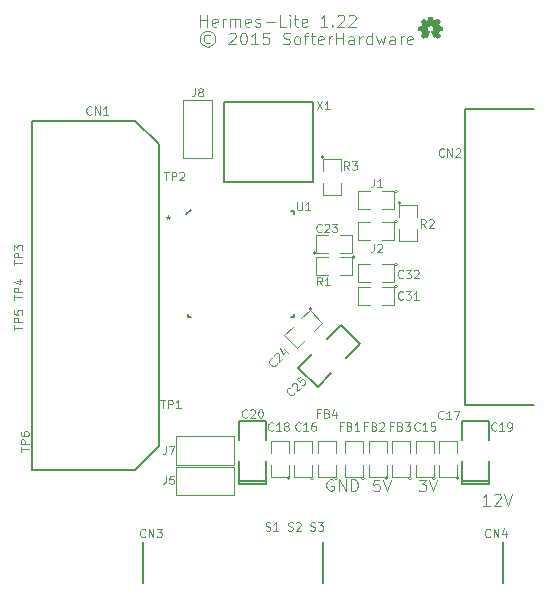
<source format=gto>
%FSLAX46Y46*%
G04 Gerber Fmt 4.6, Leading zero omitted, Abs format (unit mm)*
G04 Created by KiCad (PCBNEW (2014-08-05 BZR 5054)-product) date Sun 24 May 2015 10:10:41 AM PDT*
%MOMM*%
G01*
G04 APERTURE LIST*
%ADD10C,0.100000*%
%ADD11C,0.150000*%
%ADD12C,0.152400*%
%ADD13C,0.099060*%
%ADD14C,0.127000*%
%ADD15C,0.002540*%
G04 APERTURE END LIST*
D10*
X40880953Y-42752381D02*
X40309524Y-42752381D01*
X40595238Y-42752381D02*
X40595238Y-41752381D01*
X40500000Y-41895238D01*
X40404762Y-41990476D01*
X40309524Y-42038095D01*
X41261905Y-41847619D02*
X41309524Y-41800000D01*
X41404762Y-41752381D01*
X41642858Y-41752381D01*
X41738096Y-41800000D01*
X41785715Y-41847619D01*
X41833334Y-41942857D01*
X41833334Y-42038095D01*
X41785715Y-42180952D01*
X41214286Y-42752381D01*
X41833334Y-42752381D01*
X42119048Y-41752381D02*
X42452381Y-42752381D01*
X42785715Y-41752381D01*
X31559524Y-40552381D02*
X31083333Y-40552381D01*
X31035714Y-41028571D01*
X31083333Y-40980952D01*
X31178571Y-40933333D01*
X31416667Y-40933333D01*
X31511905Y-40980952D01*
X31559524Y-41028571D01*
X31607143Y-41123810D01*
X31607143Y-41361905D01*
X31559524Y-41457143D01*
X31511905Y-41504762D01*
X31416667Y-41552381D01*
X31178571Y-41552381D01*
X31083333Y-41504762D01*
X31035714Y-41457143D01*
X31892857Y-40552381D02*
X32226190Y-41552381D01*
X32559524Y-40552381D01*
X27638096Y-40550000D02*
X27542858Y-40502381D01*
X27400001Y-40502381D01*
X27257143Y-40550000D01*
X27161905Y-40645238D01*
X27114286Y-40740476D01*
X27066667Y-40930952D01*
X27066667Y-41073810D01*
X27114286Y-41264286D01*
X27161905Y-41359524D01*
X27257143Y-41454762D01*
X27400001Y-41502381D01*
X27495239Y-41502381D01*
X27638096Y-41454762D01*
X27685715Y-41407143D01*
X27685715Y-41073810D01*
X27495239Y-41073810D01*
X28114286Y-41502381D02*
X28114286Y-40502381D01*
X28685715Y-41502381D01*
X28685715Y-40502381D01*
X29161905Y-41502381D02*
X29161905Y-40502381D01*
X29400000Y-40502381D01*
X29542858Y-40550000D01*
X29638096Y-40645238D01*
X29685715Y-40740476D01*
X29733334Y-40930952D01*
X29733334Y-41073810D01*
X29685715Y-41264286D01*
X29638096Y-41359524D01*
X29542858Y-41454762D01*
X29400000Y-41502381D01*
X29161905Y-41502381D01*
X34888095Y-40552381D02*
X35507143Y-40552381D01*
X35173809Y-40933333D01*
X35316667Y-40933333D01*
X35411905Y-40980952D01*
X35459524Y-41028571D01*
X35507143Y-41123810D01*
X35507143Y-41361905D01*
X35459524Y-41457143D01*
X35411905Y-41504762D01*
X35316667Y-41552381D01*
X35030952Y-41552381D01*
X34935714Y-41504762D01*
X34888095Y-41457143D01*
X35792857Y-40552381D02*
X36126190Y-41552381D01*
X36459524Y-40552381D01*
X16388095Y-2202381D02*
X16388095Y-1202381D01*
X16388095Y-1678571D02*
X16959524Y-1678571D01*
X16959524Y-2202381D02*
X16959524Y-1202381D01*
X17816667Y-2154762D02*
X17721429Y-2202381D01*
X17530952Y-2202381D01*
X17435714Y-2154762D01*
X17388095Y-2059524D01*
X17388095Y-1678571D01*
X17435714Y-1583333D01*
X17530952Y-1535714D01*
X17721429Y-1535714D01*
X17816667Y-1583333D01*
X17864286Y-1678571D01*
X17864286Y-1773810D01*
X17388095Y-1869048D01*
X18292857Y-2202381D02*
X18292857Y-1535714D01*
X18292857Y-1726190D02*
X18340476Y-1630952D01*
X18388095Y-1583333D01*
X18483333Y-1535714D01*
X18578572Y-1535714D01*
X18911905Y-2202381D02*
X18911905Y-1535714D01*
X18911905Y-1630952D02*
X18959524Y-1583333D01*
X19054762Y-1535714D01*
X19197620Y-1535714D01*
X19292858Y-1583333D01*
X19340477Y-1678571D01*
X19340477Y-2202381D01*
X19340477Y-1678571D02*
X19388096Y-1583333D01*
X19483334Y-1535714D01*
X19626191Y-1535714D01*
X19721429Y-1583333D01*
X19769048Y-1678571D01*
X19769048Y-2202381D01*
X20626191Y-2154762D02*
X20530953Y-2202381D01*
X20340476Y-2202381D01*
X20245238Y-2154762D01*
X20197619Y-2059524D01*
X20197619Y-1678571D01*
X20245238Y-1583333D01*
X20340476Y-1535714D01*
X20530953Y-1535714D01*
X20626191Y-1583333D01*
X20673810Y-1678571D01*
X20673810Y-1773810D01*
X20197619Y-1869048D01*
X21054762Y-2154762D02*
X21150000Y-2202381D01*
X21340476Y-2202381D01*
X21435715Y-2154762D01*
X21483334Y-2059524D01*
X21483334Y-2011905D01*
X21435715Y-1916667D01*
X21340476Y-1869048D01*
X21197619Y-1869048D01*
X21102381Y-1821429D01*
X21054762Y-1726190D01*
X21054762Y-1678571D01*
X21102381Y-1583333D01*
X21197619Y-1535714D01*
X21340476Y-1535714D01*
X21435715Y-1583333D01*
X21911905Y-1821429D02*
X22673810Y-1821429D01*
X23626191Y-2202381D02*
X23150000Y-2202381D01*
X23150000Y-1202381D01*
X23959524Y-2202381D02*
X23959524Y-1535714D01*
X23959524Y-1202381D02*
X23911905Y-1250000D01*
X23959524Y-1297619D01*
X24007143Y-1250000D01*
X23959524Y-1202381D01*
X23959524Y-1297619D01*
X24292857Y-1535714D02*
X24673809Y-1535714D01*
X24435714Y-1202381D02*
X24435714Y-2059524D01*
X24483333Y-2154762D01*
X24578571Y-2202381D01*
X24673809Y-2202381D01*
X25388096Y-2154762D02*
X25292858Y-2202381D01*
X25102381Y-2202381D01*
X25007143Y-2154762D01*
X24959524Y-2059524D01*
X24959524Y-1678571D01*
X25007143Y-1583333D01*
X25102381Y-1535714D01*
X25292858Y-1535714D01*
X25388096Y-1583333D01*
X25435715Y-1678571D01*
X25435715Y-1773810D01*
X24959524Y-1869048D01*
X27150001Y-2202381D02*
X26578572Y-2202381D01*
X26864286Y-2202381D02*
X26864286Y-1202381D01*
X26769048Y-1345238D01*
X26673810Y-1440476D01*
X26578572Y-1488095D01*
X27578572Y-2107143D02*
X27626191Y-2154762D01*
X27578572Y-2202381D01*
X27530953Y-2154762D01*
X27578572Y-2107143D01*
X27578572Y-2202381D01*
X28007143Y-1297619D02*
X28054762Y-1250000D01*
X28150000Y-1202381D01*
X28388096Y-1202381D01*
X28483334Y-1250000D01*
X28530953Y-1297619D01*
X28578572Y-1392857D01*
X28578572Y-1488095D01*
X28530953Y-1630952D01*
X27959524Y-2202381D01*
X28578572Y-2202381D01*
X28959524Y-1297619D02*
X29007143Y-1250000D01*
X29102381Y-1202381D01*
X29340477Y-1202381D01*
X29435715Y-1250000D01*
X29483334Y-1297619D01*
X29530953Y-1392857D01*
X29530953Y-1488095D01*
X29483334Y-1630952D01*
X28911905Y-2202381D01*
X29530953Y-2202381D01*
X17197619Y-2940476D02*
X17102381Y-2892857D01*
X16911905Y-2892857D01*
X16816667Y-2940476D01*
X16721429Y-3035714D01*
X16673810Y-3130952D01*
X16673810Y-3321429D01*
X16721429Y-3416667D01*
X16816667Y-3511905D01*
X16911905Y-3559524D01*
X17102381Y-3559524D01*
X17197619Y-3511905D01*
X17007143Y-2559524D02*
X16769048Y-2607143D01*
X16530952Y-2750000D01*
X16388095Y-2988095D01*
X16340476Y-3226190D01*
X16388095Y-3464286D01*
X16530952Y-3702381D01*
X16769048Y-3845238D01*
X17007143Y-3892857D01*
X17245238Y-3845238D01*
X17483333Y-3702381D01*
X17626190Y-3464286D01*
X17673810Y-3226190D01*
X17626190Y-2988095D01*
X17483333Y-2750000D01*
X17245238Y-2607143D01*
X17007143Y-2559524D01*
X18816667Y-2797619D02*
X18864286Y-2750000D01*
X18959524Y-2702381D01*
X19197620Y-2702381D01*
X19292858Y-2750000D01*
X19340477Y-2797619D01*
X19388096Y-2892857D01*
X19388096Y-2988095D01*
X19340477Y-3130952D01*
X18769048Y-3702381D01*
X19388096Y-3702381D01*
X20007143Y-2702381D02*
X20102382Y-2702381D01*
X20197620Y-2750000D01*
X20245239Y-2797619D01*
X20292858Y-2892857D01*
X20340477Y-3083333D01*
X20340477Y-3321429D01*
X20292858Y-3511905D01*
X20245239Y-3607143D01*
X20197620Y-3654762D01*
X20102382Y-3702381D01*
X20007143Y-3702381D01*
X19911905Y-3654762D01*
X19864286Y-3607143D01*
X19816667Y-3511905D01*
X19769048Y-3321429D01*
X19769048Y-3083333D01*
X19816667Y-2892857D01*
X19864286Y-2797619D01*
X19911905Y-2750000D01*
X20007143Y-2702381D01*
X21292858Y-3702381D02*
X20721429Y-3702381D01*
X21007143Y-3702381D02*
X21007143Y-2702381D01*
X20911905Y-2845238D01*
X20816667Y-2940476D01*
X20721429Y-2988095D01*
X22197620Y-2702381D02*
X21721429Y-2702381D01*
X21673810Y-3178571D01*
X21721429Y-3130952D01*
X21816667Y-3083333D01*
X22054763Y-3083333D01*
X22150001Y-3130952D01*
X22197620Y-3178571D01*
X22245239Y-3273810D01*
X22245239Y-3511905D01*
X22197620Y-3607143D01*
X22150001Y-3654762D01*
X22054763Y-3702381D01*
X21816667Y-3702381D01*
X21721429Y-3654762D01*
X21673810Y-3607143D01*
X23388096Y-3654762D02*
X23530953Y-3702381D01*
X23769049Y-3702381D01*
X23864287Y-3654762D01*
X23911906Y-3607143D01*
X23959525Y-3511905D01*
X23959525Y-3416667D01*
X23911906Y-3321429D01*
X23864287Y-3273810D01*
X23769049Y-3226190D01*
X23578572Y-3178571D01*
X23483334Y-3130952D01*
X23435715Y-3083333D01*
X23388096Y-2988095D01*
X23388096Y-2892857D01*
X23435715Y-2797619D01*
X23483334Y-2750000D01*
X23578572Y-2702381D01*
X23816668Y-2702381D01*
X23959525Y-2750000D01*
X24530953Y-3702381D02*
X24435715Y-3654762D01*
X24388096Y-3607143D01*
X24340477Y-3511905D01*
X24340477Y-3226190D01*
X24388096Y-3130952D01*
X24435715Y-3083333D01*
X24530953Y-3035714D01*
X24673811Y-3035714D01*
X24769049Y-3083333D01*
X24816668Y-3130952D01*
X24864287Y-3226190D01*
X24864287Y-3511905D01*
X24816668Y-3607143D01*
X24769049Y-3654762D01*
X24673811Y-3702381D01*
X24530953Y-3702381D01*
X25150001Y-3035714D02*
X25530953Y-3035714D01*
X25292858Y-3702381D02*
X25292858Y-2845238D01*
X25340477Y-2750000D01*
X25435715Y-2702381D01*
X25530953Y-2702381D01*
X25721430Y-3035714D02*
X26102382Y-3035714D01*
X25864287Y-2702381D02*
X25864287Y-3559524D01*
X25911906Y-3654762D01*
X26007144Y-3702381D01*
X26102382Y-3702381D01*
X26816669Y-3654762D02*
X26721431Y-3702381D01*
X26530954Y-3702381D01*
X26435716Y-3654762D01*
X26388097Y-3559524D01*
X26388097Y-3178571D01*
X26435716Y-3083333D01*
X26530954Y-3035714D01*
X26721431Y-3035714D01*
X26816669Y-3083333D01*
X26864288Y-3178571D01*
X26864288Y-3273810D01*
X26388097Y-3369048D01*
X27292859Y-3702381D02*
X27292859Y-3035714D01*
X27292859Y-3226190D02*
X27340478Y-3130952D01*
X27388097Y-3083333D01*
X27483335Y-3035714D01*
X27578574Y-3035714D01*
X27911907Y-3702381D02*
X27911907Y-2702381D01*
X27911907Y-3178571D02*
X28483336Y-3178571D01*
X28483336Y-3702381D02*
X28483336Y-2702381D01*
X29388098Y-3702381D02*
X29388098Y-3178571D01*
X29340479Y-3083333D01*
X29245241Y-3035714D01*
X29054764Y-3035714D01*
X28959526Y-3083333D01*
X29388098Y-3654762D02*
X29292860Y-3702381D01*
X29054764Y-3702381D01*
X28959526Y-3654762D01*
X28911907Y-3559524D01*
X28911907Y-3464286D01*
X28959526Y-3369048D01*
X29054764Y-3321429D01*
X29292860Y-3321429D01*
X29388098Y-3273810D01*
X29864288Y-3702381D02*
X29864288Y-3035714D01*
X29864288Y-3226190D02*
X29911907Y-3130952D01*
X29959526Y-3083333D01*
X30054764Y-3035714D01*
X30150003Y-3035714D01*
X30911908Y-3702381D02*
X30911908Y-2702381D01*
X30911908Y-3654762D02*
X30816670Y-3702381D01*
X30626193Y-3702381D01*
X30530955Y-3654762D01*
X30483336Y-3607143D01*
X30435717Y-3511905D01*
X30435717Y-3226190D01*
X30483336Y-3130952D01*
X30530955Y-3083333D01*
X30626193Y-3035714D01*
X30816670Y-3035714D01*
X30911908Y-3083333D01*
X31292860Y-3035714D02*
X31483336Y-3702381D01*
X31673813Y-3226190D01*
X31864289Y-3702381D01*
X32054765Y-3035714D01*
X32864289Y-3702381D02*
X32864289Y-3178571D01*
X32816670Y-3083333D01*
X32721432Y-3035714D01*
X32530955Y-3035714D01*
X32435717Y-3083333D01*
X32864289Y-3654762D02*
X32769051Y-3702381D01*
X32530955Y-3702381D01*
X32435717Y-3654762D01*
X32388098Y-3559524D01*
X32388098Y-3464286D01*
X32435717Y-3369048D01*
X32530955Y-3321429D01*
X32769051Y-3321429D01*
X32864289Y-3273810D01*
X33340479Y-3702381D02*
X33340479Y-3035714D01*
X33340479Y-3226190D02*
X33388098Y-3130952D01*
X33435717Y-3083333D01*
X33530955Y-3035714D01*
X33626194Y-3035714D01*
X34340480Y-3654762D02*
X34245242Y-3702381D01*
X34054765Y-3702381D01*
X33959527Y-3654762D01*
X33911908Y-3559524D01*
X33911908Y-3178571D01*
X33959527Y-3083333D01*
X34054765Y-3035714D01*
X34245242Y-3035714D01*
X34340480Y-3083333D01*
X34388099Y-3178571D01*
X34388099Y-3273810D01*
X33911908Y-3369048D01*
D11*
X44600000Y-9200000D02*
X38800000Y-9200000D01*
X38800000Y-9200000D02*
X38800000Y-34200000D01*
X38800000Y-34200000D02*
X44600000Y-34200000D01*
X15600000Y-17700000D02*
X15200000Y-18100000D01*
D12*
X24295800Y-18058200D02*
X24295800Y-17804200D01*
X24041800Y-26795800D02*
X24295800Y-26795800D01*
X15304200Y-26541800D02*
X15304200Y-26795800D01*
X15304200Y-26795800D02*
X15558200Y-26795800D01*
X24295800Y-26795800D02*
X24295800Y-26541800D01*
X24295800Y-17804200D02*
X24041800Y-17804200D01*
D13*
X26176000Y-21362000D02*
G75*
G03X26176000Y-21362000I-127000J0D01*
G74*
G01*
X27192000Y-21362000D02*
X26176000Y-21362000D01*
X26176000Y-21362000D02*
X26176000Y-19838000D01*
X26176000Y-19838000D02*
X27192000Y-19838000D01*
X28208000Y-19838000D02*
X29224000Y-19838000D01*
X29224000Y-19838000D02*
X29224000Y-21362000D01*
X29224000Y-21362000D02*
X28208000Y-21362000D01*
X25855618Y-26093751D02*
G75*
G03X25855618Y-26093751I-127000J0D01*
G74*
G01*
X24920395Y-26901974D02*
X25638815Y-26183554D01*
X25638815Y-26183554D02*
X26716446Y-27261185D01*
X26716446Y-27261185D02*
X25998026Y-27979605D01*
X25279605Y-28698026D02*
X24561185Y-29416446D01*
X24561185Y-29416446D02*
X23483554Y-28338815D01*
X23483554Y-28338815D02*
X24201974Y-27620395D01*
D14*
X29904274Y-29112172D02*
X28287828Y-27495726D01*
X28287828Y-27495726D02*
X27120395Y-28663159D01*
X27479605Y-31536841D02*
X26312172Y-32704274D01*
X26312172Y-32704274D02*
X24695726Y-31087828D01*
X24695726Y-31087828D02*
X25863159Y-29920395D01*
X28736841Y-30279605D02*
X29904274Y-29112172D01*
D11*
X25900000Y-15350000D02*
X25900000Y-8550000D01*
X25900000Y-8550000D02*
X18400000Y-8550000D01*
X18400000Y-8550000D02*
X18400000Y-15350000D01*
X18400000Y-15350000D02*
X25900000Y-15350000D01*
X25900000Y-15350000D02*
X25900000Y-15250000D01*
X25900000Y-15250000D02*
X25900000Y-15350000D01*
D13*
X29478000Y-21688000D02*
G75*
G03X29478000Y-21688000I-127000J0D01*
G74*
G01*
X28208000Y-21688000D02*
X29224000Y-21688000D01*
X29224000Y-21688000D02*
X29224000Y-23212000D01*
X29224000Y-23212000D02*
X28208000Y-23212000D01*
X27192000Y-23212000D02*
X26176000Y-23212000D01*
X26176000Y-23212000D02*
X26176000Y-21688000D01*
X26176000Y-21688000D02*
X27192000Y-21688000D01*
D14*
X2120000Y-39735000D02*
X2120000Y-10165000D01*
X2120000Y-10165000D02*
X10880000Y-10165000D01*
X10880000Y-10165000D02*
X12880000Y-12165000D01*
X12880000Y-12165000D02*
X12880000Y-37735000D01*
X12880000Y-37735000D02*
X10880000Y-39735000D01*
X10880000Y-39735000D02*
X2120000Y-39735000D01*
D13*
X33078000Y-24238000D02*
G75*
G03X33078000Y-24238000I-127000J0D01*
G74*
G01*
X31808000Y-24238000D02*
X32824000Y-24238000D01*
X32824000Y-24238000D02*
X32824000Y-25762000D01*
X32824000Y-25762000D02*
X31808000Y-25762000D01*
X30792000Y-25762000D02*
X29776000Y-25762000D01*
X29776000Y-25762000D02*
X29776000Y-24238000D01*
X29776000Y-24238000D02*
X30792000Y-24238000D01*
X33078000Y-22338000D02*
G75*
G03X33078000Y-22338000I-127000J0D01*
G74*
G01*
X31808000Y-22338000D02*
X32824000Y-22338000D01*
X32824000Y-22338000D02*
X32824000Y-23862000D01*
X32824000Y-23862000D02*
X31808000Y-23862000D01*
X30792000Y-23862000D02*
X29776000Y-23862000D01*
X29776000Y-23862000D02*
X29776000Y-22338000D01*
X29776000Y-22338000D02*
X30792000Y-22338000D01*
X30289000Y-40451000D02*
G75*
G03X30289000Y-40451000I-127000J0D01*
G74*
G01*
X30162000Y-39308000D02*
X30162000Y-40324000D01*
X30162000Y-40324000D02*
X28638000Y-40324000D01*
X28638000Y-40324000D02*
X28638000Y-39308000D01*
X28638000Y-38292000D02*
X28638000Y-37276000D01*
X28638000Y-37276000D02*
X30162000Y-37276000D01*
X30162000Y-37276000D02*
X30162000Y-38292000D01*
X32289000Y-40451000D02*
G75*
G03X32289000Y-40451000I-127000J0D01*
G74*
G01*
X32162000Y-39308000D02*
X32162000Y-40324000D01*
X32162000Y-40324000D02*
X30638000Y-40324000D01*
X30638000Y-40324000D02*
X30638000Y-39308000D01*
X30638000Y-38292000D02*
X30638000Y-37276000D01*
X30638000Y-37276000D02*
X32162000Y-37276000D01*
X32162000Y-37276000D02*
X32162000Y-38292000D01*
X34289000Y-40451000D02*
G75*
G03X34289000Y-40451000I-127000J0D01*
G74*
G01*
X34162000Y-39308000D02*
X34162000Y-40324000D01*
X34162000Y-40324000D02*
X32638000Y-40324000D01*
X32638000Y-40324000D02*
X32638000Y-39308000D01*
X32638000Y-38292000D02*
X32638000Y-37276000D01*
X32638000Y-37276000D02*
X34162000Y-37276000D01*
X34162000Y-37276000D02*
X34162000Y-38292000D01*
X27989000Y-40451000D02*
G75*
G03X27989000Y-40451000I-127000J0D01*
G74*
G01*
X27862000Y-39308000D02*
X27862000Y-40324000D01*
X27862000Y-40324000D02*
X26338000Y-40324000D01*
X26338000Y-40324000D02*
X26338000Y-39308000D01*
X26338000Y-38292000D02*
X26338000Y-37276000D01*
X26338000Y-37276000D02*
X27862000Y-37276000D01*
X27862000Y-37276000D02*
X27862000Y-38292000D01*
X33078000Y-16138000D02*
G75*
G03X33078000Y-16138000I-127000J0D01*
G74*
G01*
X31808000Y-16138000D02*
X32824000Y-16138000D01*
X32824000Y-16138000D02*
X32824000Y-17662000D01*
X32824000Y-17662000D02*
X31808000Y-17662000D01*
X30792000Y-17662000D02*
X29776000Y-17662000D01*
X29776000Y-17662000D02*
X29776000Y-16138000D01*
X29776000Y-16138000D02*
X30792000Y-16138000D01*
X33078000Y-18738000D02*
G75*
G03X33078000Y-18738000I-127000J0D01*
G74*
G01*
X31808000Y-18738000D02*
X32824000Y-18738000D01*
X32824000Y-18738000D02*
X32824000Y-20262000D01*
X32824000Y-20262000D02*
X31808000Y-20262000D01*
X30792000Y-20262000D02*
X29776000Y-20262000D01*
X29776000Y-20262000D02*
X29776000Y-18738000D01*
X29776000Y-18738000D02*
X30792000Y-18738000D01*
X36289000Y-40451000D02*
G75*
G03X36289000Y-40451000I-127000J0D01*
G74*
G01*
X36162000Y-39308000D02*
X36162000Y-40324000D01*
X36162000Y-40324000D02*
X34638000Y-40324000D01*
X34638000Y-40324000D02*
X34638000Y-39308000D01*
X34638000Y-38292000D02*
X34638000Y-37276000D01*
X34638000Y-37276000D02*
X36162000Y-37276000D01*
X36162000Y-37276000D02*
X36162000Y-38292000D01*
X25989000Y-40451000D02*
G75*
G03X25989000Y-40451000I-127000J0D01*
G74*
G01*
X25862000Y-39308000D02*
X25862000Y-40324000D01*
X25862000Y-40324000D02*
X24338000Y-40324000D01*
X24338000Y-40324000D02*
X24338000Y-39308000D01*
X24338000Y-38292000D02*
X24338000Y-37276000D01*
X24338000Y-37276000D02*
X25862000Y-37276000D01*
X25862000Y-37276000D02*
X25862000Y-38292000D01*
X38289000Y-40451000D02*
G75*
G03X38289000Y-40451000I-127000J0D01*
G74*
G01*
X38162000Y-39308000D02*
X38162000Y-40324000D01*
X38162000Y-40324000D02*
X36638000Y-40324000D01*
X36638000Y-40324000D02*
X36638000Y-39308000D01*
X36638000Y-38292000D02*
X36638000Y-37276000D01*
X36638000Y-37276000D02*
X38162000Y-37276000D01*
X38162000Y-37276000D02*
X38162000Y-38292000D01*
X23989000Y-40451000D02*
G75*
G03X23989000Y-40451000I-127000J0D01*
G74*
G01*
X23862000Y-39308000D02*
X23862000Y-40324000D01*
X23862000Y-40324000D02*
X22338000Y-40324000D01*
X22338000Y-40324000D02*
X22338000Y-39308000D01*
X22338000Y-38292000D02*
X22338000Y-37276000D01*
X22338000Y-37276000D02*
X23862000Y-37276000D01*
X23862000Y-37276000D02*
X23862000Y-38292000D01*
D14*
X38557000Y-40640000D02*
X38557000Y-40894000D01*
X38557000Y-40894000D02*
X40843000Y-40894000D01*
X40843000Y-40894000D02*
X40843000Y-40640000D01*
X38557000Y-40640000D02*
X40843000Y-40640000D01*
X40843000Y-40640000D02*
X40843000Y-38989000D01*
X38557000Y-37211000D02*
X38557000Y-35560000D01*
X38557000Y-35560000D02*
X40843000Y-35560000D01*
X40843000Y-35560000D02*
X40843000Y-37211000D01*
X38557000Y-38989000D02*
X38557000Y-40640000D01*
X19657000Y-40640000D02*
X19657000Y-40894000D01*
X19657000Y-40894000D02*
X21943000Y-40894000D01*
X21943000Y-40894000D02*
X21943000Y-40640000D01*
X19657000Y-40640000D02*
X21943000Y-40640000D01*
X21943000Y-40640000D02*
X21943000Y-38989000D01*
X19657000Y-37211000D02*
X19657000Y-35560000D01*
X19657000Y-35560000D02*
X21943000Y-35560000D01*
X21943000Y-35560000D02*
X21943000Y-37211000D01*
X19657000Y-38989000D02*
X19657000Y-40640000D01*
D13*
X33365000Y-17149000D02*
G75*
G03X33365000Y-17149000I-127000J0D01*
G74*
G01*
X33238000Y-18292000D02*
X33238000Y-17276000D01*
X33238000Y-17276000D02*
X34762000Y-17276000D01*
X34762000Y-17276000D02*
X34762000Y-18292000D01*
X34762000Y-19308000D02*
X34762000Y-20324000D01*
X34762000Y-20324000D02*
X33238000Y-20324000D01*
X33238000Y-20324000D02*
X33238000Y-19308000D01*
X26865000Y-13249000D02*
G75*
G03X26865000Y-13249000I-127000J0D01*
G74*
G01*
X26738000Y-14392000D02*
X26738000Y-13376000D01*
X26738000Y-13376000D02*
X28262000Y-13376000D01*
X28262000Y-13376000D02*
X28262000Y-14392000D01*
X28262000Y-15408000D02*
X28262000Y-16424000D01*
X28262000Y-16424000D02*
X26738000Y-16424000D01*
X26738000Y-16424000D02*
X26738000Y-15408000D01*
D10*
X14350000Y-41850000D02*
X19250000Y-41850000D01*
X19250000Y-41850000D02*
X19250000Y-39450000D01*
X19250000Y-39450000D02*
X14350000Y-39450000D01*
X14350000Y-39450000D02*
X14350000Y-41850000D01*
X19250000Y-36900000D02*
X14350000Y-36900000D01*
X14350000Y-36900000D02*
X14350000Y-39300000D01*
X14350000Y-39300000D02*
X19250000Y-39300000D01*
X19250000Y-39300000D02*
X19250000Y-36900000D01*
X14950000Y-8400000D02*
X14950000Y-13300000D01*
X14950000Y-13300000D02*
X17350000Y-13300000D01*
X17350000Y-13300000D02*
X17350000Y-8400000D01*
X17350000Y-8400000D02*
X14950000Y-8400000D01*
D11*
X11530000Y-45800000D02*
X11530000Y-49300000D01*
X26770000Y-49300000D02*
X26770000Y-45800000D01*
X26770000Y-45800000D02*
X26770000Y-49300000D01*
X42010000Y-49300000D02*
X42010000Y-45800000D01*
D15*
G36*
X35245480Y-3146620D02*
X35255640Y-3141540D01*
X35278500Y-3126300D01*
X35311520Y-3105980D01*
X35352160Y-3078040D01*
X35390260Y-3052640D01*
X35423280Y-3029780D01*
X35446140Y-3014540D01*
X35456300Y-3009460D01*
X35461380Y-3012000D01*
X35479160Y-3022160D01*
X35507100Y-3034860D01*
X35522340Y-3042480D01*
X35547740Y-3055180D01*
X35560440Y-3057720D01*
X35562980Y-3052640D01*
X35573140Y-3034860D01*
X35585840Y-3001840D01*
X35606160Y-2958660D01*
X35626480Y-2907860D01*
X35649340Y-2851980D01*
X35672200Y-2796100D01*
X35695060Y-2742760D01*
X35715380Y-2694500D01*
X35730620Y-2656400D01*
X35740780Y-2628460D01*
X35745860Y-2618300D01*
X35743320Y-2615760D01*
X35730620Y-2603060D01*
X35710300Y-2587820D01*
X35662040Y-2547180D01*
X35616320Y-2488760D01*
X35585840Y-2422720D01*
X35578220Y-2349060D01*
X35585840Y-2283020D01*
X35611240Y-2219520D01*
X35656960Y-2158560D01*
X35712840Y-2115380D01*
X35778880Y-2087440D01*
X35850000Y-2079820D01*
X35918580Y-2087440D01*
X35984620Y-2112840D01*
X36045580Y-2158560D01*
X36068440Y-2186500D01*
X36104000Y-2247460D01*
X36124320Y-2308420D01*
X36124320Y-2323660D01*
X36121780Y-2394780D01*
X36101460Y-2463360D01*
X36065900Y-2521780D01*
X36012560Y-2572580D01*
X36007480Y-2577660D01*
X35982080Y-2595440D01*
X35966840Y-2605600D01*
X35954140Y-2615760D01*
X36043040Y-2831660D01*
X36058280Y-2867220D01*
X36083680Y-2925640D01*
X36104000Y-2976440D01*
X36121780Y-3017080D01*
X36134480Y-3042480D01*
X36139560Y-3055180D01*
X36139560Y-3055180D01*
X36147180Y-3055180D01*
X36162420Y-3050100D01*
X36192900Y-3034860D01*
X36213220Y-3024700D01*
X36236080Y-3014540D01*
X36246240Y-3009460D01*
X36256400Y-3014540D01*
X36276720Y-3029780D01*
X36309740Y-3050100D01*
X36347840Y-3075500D01*
X36383400Y-3100900D01*
X36418960Y-3123760D01*
X36441820Y-3139000D01*
X36454520Y-3146620D01*
X36457060Y-3146620D01*
X36467220Y-3139000D01*
X36487540Y-3123760D01*
X36515480Y-3095820D01*
X36556120Y-3055180D01*
X36563740Y-3050100D01*
X36596760Y-3014540D01*
X36624700Y-2984060D01*
X36645020Y-2963740D01*
X36650100Y-2956120D01*
X36650100Y-2956120D01*
X36645020Y-2943420D01*
X36629780Y-2918020D01*
X36606920Y-2885000D01*
X36578980Y-2844360D01*
X36507860Y-2740220D01*
X36548500Y-2643700D01*
X36558660Y-2613220D01*
X36573900Y-2577660D01*
X36586600Y-2552260D01*
X36591680Y-2539560D01*
X36601840Y-2537020D01*
X36629780Y-2529400D01*
X36667880Y-2521780D01*
X36713600Y-2514160D01*
X36759320Y-2504000D01*
X36797420Y-2496380D01*
X36827900Y-2491300D01*
X36840600Y-2488760D01*
X36843140Y-2486220D01*
X36845680Y-2481140D01*
X36848220Y-2468440D01*
X36848220Y-2443040D01*
X36848220Y-2404940D01*
X36848220Y-2349060D01*
X36848220Y-2343980D01*
X36848220Y-2290640D01*
X36848220Y-2250000D01*
X36845680Y-2224600D01*
X36843140Y-2214440D01*
X36843140Y-2214440D01*
X36830440Y-2209360D01*
X36802500Y-2204280D01*
X36764400Y-2196660D01*
X36716140Y-2186500D01*
X36713600Y-2186500D01*
X36665340Y-2178880D01*
X36627240Y-2168720D01*
X36599300Y-2163640D01*
X36586600Y-2158560D01*
X36584060Y-2156020D01*
X36573900Y-2138240D01*
X36561200Y-2107760D01*
X36545960Y-2072200D01*
X36530720Y-2036640D01*
X36515480Y-2001080D01*
X36507860Y-1978220D01*
X36505320Y-1965520D01*
X36505320Y-1965520D01*
X36512940Y-1955360D01*
X36528180Y-1929960D01*
X36551040Y-1896940D01*
X36578980Y-1856300D01*
X36581520Y-1851220D01*
X36609460Y-1813120D01*
X36629780Y-1777560D01*
X36645020Y-1754700D01*
X36650100Y-1744540D01*
X36650100Y-1742000D01*
X36642480Y-1731840D01*
X36622160Y-1708980D01*
X36591680Y-1678500D01*
X36556120Y-1642940D01*
X36545960Y-1632780D01*
X36507860Y-1594680D01*
X36479920Y-1569280D01*
X36462140Y-1556580D01*
X36454520Y-1551500D01*
X36454520Y-1554040D01*
X36441820Y-1559120D01*
X36416420Y-1576900D01*
X36383400Y-1599760D01*
X36342760Y-1627700D01*
X36340220Y-1630240D01*
X36299580Y-1655640D01*
X36266560Y-1678500D01*
X36243700Y-1693740D01*
X36233540Y-1701360D01*
X36231000Y-1701360D01*
X36215760Y-1696280D01*
X36185280Y-1686120D01*
X36152260Y-1673420D01*
X36114160Y-1658180D01*
X36081140Y-1642940D01*
X36055740Y-1632780D01*
X36043040Y-1625160D01*
X36043040Y-1625160D01*
X36037960Y-1609920D01*
X36032880Y-1579440D01*
X36022720Y-1538800D01*
X36015100Y-1490540D01*
X36012560Y-1482920D01*
X36004940Y-1434660D01*
X35997320Y-1396560D01*
X35989700Y-1368620D01*
X35987160Y-1355920D01*
X35982080Y-1355920D01*
X35956680Y-1353380D01*
X35921120Y-1353380D01*
X35877940Y-1353380D01*
X35834760Y-1353380D01*
X35791580Y-1353380D01*
X35753480Y-1355920D01*
X35728080Y-1355920D01*
X35715380Y-1358460D01*
X35715380Y-1361000D01*
X35710300Y-1373700D01*
X35705220Y-1404180D01*
X35695060Y-1444820D01*
X35687440Y-1495620D01*
X35684900Y-1503240D01*
X35677280Y-1551500D01*
X35667120Y-1589600D01*
X35662040Y-1617540D01*
X35659500Y-1627700D01*
X35654420Y-1630240D01*
X35636640Y-1637860D01*
X35603620Y-1650560D01*
X35562980Y-1668340D01*
X35471540Y-1703900D01*
X35359780Y-1627700D01*
X35349620Y-1620080D01*
X35308980Y-1592140D01*
X35275960Y-1571820D01*
X35253100Y-1556580D01*
X35242940Y-1551500D01*
X35242940Y-1551500D01*
X35232780Y-1561660D01*
X35209920Y-1581980D01*
X35179440Y-1612460D01*
X35143880Y-1645480D01*
X35118480Y-1673420D01*
X35088000Y-1703900D01*
X35067680Y-1724220D01*
X35057520Y-1739460D01*
X35052440Y-1747080D01*
X35054980Y-1752160D01*
X35060060Y-1764860D01*
X35077840Y-1787720D01*
X35100700Y-1823280D01*
X35128640Y-1861380D01*
X35151500Y-1896940D01*
X35174360Y-1932500D01*
X35189600Y-1960440D01*
X35197220Y-1973140D01*
X35194680Y-1978220D01*
X35187060Y-2001080D01*
X35174360Y-2034100D01*
X35156580Y-2074740D01*
X35118480Y-2163640D01*
X35060060Y-2173800D01*
X35024500Y-2181420D01*
X34973700Y-2189040D01*
X34927980Y-2199200D01*
X34854320Y-2214440D01*
X34851780Y-2481140D01*
X34861940Y-2486220D01*
X34874640Y-2491300D01*
X34900040Y-2496380D01*
X34940680Y-2504000D01*
X34986400Y-2511620D01*
X35024500Y-2519240D01*
X35065140Y-2526860D01*
X35093080Y-2531940D01*
X35105780Y-2534480D01*
X35108320Y-2539560D01*
X35118480Y-2559880D01*
X35133720Y-2590360D01*
X35148960Y-2625920D01*
X35164200Y-2664020D01*
X35176900Y-2699580D01*
X35187060Y-2724980D01*
X35192140Y-2740220D01*
X35187060Y-2750380D01*
X35171820Y-2773240D01*
X35148960Y-2806260D01*
X35123560Y-2844360D01*
X35095620Y-2885000D01*
X35072760Y-2918020D01*
X35057520Y-2943420D01*
X35049900Y-2953580D01*
X35054980Y-2961200D01*
X35070220Y-2978980D01*
X35098160Y-3009460D01*
X35143880Y-3055180D01*
X35151500Y-3060260D01*
X35184520Y-3095820D01*
X35215000Y-3121220D01*
X35235320Y-3141540D01*
X35245480Y-3146620D01*
X35245480Y-3146620D01*
G37*
X35245480Y-3146620D02*
X35255640Y-3141540D01*
X35278500Y-3126300D01*
X35311520Y-3105980D01*
X35352160Y-3078040D01*
X35390260Y-3052640D01*
X35423280Y-3029780D01*
X35446140Y-3014540D01*
X35456300Y-3009460D01*
X35461380Y-3012000D01*
X35479160Y-3022160D01*
X35507100Y-3034860D01*
X35522340Y-3042480D01*
X35547740Y-3055180D01*
X35560440Y-3057720D01*
X35562980Y-3052640D01*
X35573140Y-3034860D01*
X35585840Y-3001840D01*
X35606160Y-2958660D01*
X35626480Y-2907860D01*
X35649340Y-2851980D01*
X35672200Y-2796100D01*
X35695060Y-2742760D01*
X35715380Y-2694500D01*
X35730620Y-2656400D01*
X35740780Y-2628460D01*
X35745860Y-2618300D01*
X35743320Y-2615760D01*
X35730620Y-2603060D01*
X35710300Y-2587820D01*
X35662040Y-2547180D01*
X35616320Y-2488760D01*
X35585840Y-2422720D01*
X35578220Y-2349060D01*
X35585840Y-2283020D01*
X35611240Y-2219520D01*
X35656960Y-2158560D01*
X35712840Y-2115380D01*
X35778880Y-2087440D01*
X35850000Y-2079820D01*
X35918580Y-2087440D01*
X35984620Y-2112840D01*
X36045580Y-2158560D01*
X36068440Y-2186500D01*
X36104000Y-2247460D01*
X36124320Y-2308420D01*
X36124320Y-2323660D01*
X36121780Y-2394780D01*
X36101460Y-2463360D01*
X36065900Y-2521780D01*
X36012560Y-2572580D01*
X36007480Y-2577660D01*
X35982080Y-2595440D01*
X35966840Y-2605600D01*
X35954140Y-2615760D01*
X36043040Y-2831660D01*
X36058280Y-2867220D01*
X36083680Y-2925640D01*
X36104000Y-2976440D01*
X36121780Y-3017080D01*
X36134480Y-3042480D01*
X36139560Y-3055180D01*
X36139560Y-3055180D01*
X36147180Y-3055180D01*
X36162420Y-3050100D01*
X36192900Y-3034860D01*
X36213220Y-3024700D01*
X36236080Y-3014540D01*
X36246240Y-3009460D01*
X36256400Y-3014540D01*
X36276720Y-3029780D01*
X36309740Y-3050100D01*
X36347840Y-3075500D01*
X36383400Y-3100900D01*
X36418960Y-3123760D01*
X36441820Y-3139000D01*
X36454520Y-3146620D01*
X36457060Y-3146620D01*
X36467220Y-3139000D01*
X36487540Y-3123760D01*
X36515480Y-3095820D01*
X36556120Y-3055180D01*
X36563740Y-3050100D01*
X36596760Y-3014540D01*
X36624700Y-2984060D01*
X36645020Y-2963740D01*
X36650100Y-2956120D01*
X36650100Y-2956120D01*
X36645020Y-2943420D01*
X36629780Y-2918020D01*
X36606920Y-2885000D01*
X36578980Y-2844360D01*
X36507860Y-2740220D01*
X36548500Y-2643700D01*
X36558660Y-2613220D01*
X36573900Y-2577660D01*
X36586600Y-2552260D01*
X36591680Y-2539560D01*
X36601840Y-2537020D01*
X36629780Y-2529400D01*
X36667880Y-2521780D01*
X36713600Y-2514160D01*
X36759320Y-2504000D01*
X36797420Y-2496380D01*
X36827900Y-2491300D01*
X36840600Y-2488760D01*
X36843140Y-2486220D01*
X36845680Y-2481140D01*
X36848220Y-2468440D01*
X36848220Y-2443040D01*
X36848220Y-2404940D01*
X36848220Y-2349060D01*
X36848220Y-2343980D01*
X36848220Y-2290640D01*
X36848220Y-2250000D01*
X36845680Y-2224600D01*
X36843140Y-2214440D01*
X36843140Y-2214440D01*
X36830440Y-2209360D01*
X36802500Y-2204280D01*
X36764400Y-2196660D01*
X36716140Y-2186500D01*
X36713600Y-2186500D01*
X36665340Y-2178880D01*
X36627240Y-2168720D01*
X36599300Y-2163640D01*
X36586600Y-2158560D01*
X36584060Y-2156020D01*
X36573900Y-2138240D01*
X36561200Y-2107760D01*
X36545960Y-2072200D01*
X36530720Y-2036640D01*
X36515480Y-2001080D01*
X36507860Y-1978220D01*
X36505320Y-1965520D01*
X36505320Y-1965520D01*
X36512940Y-1955360D01*
X36528180Y-1929960D01*
X36551040Y-1896940D01*
X36578980Y-1856300D01*
X36581520Y-1851220D01*
X36609460Y-1813120D01*
X36629780Y-1777560D01*
X36645020Y-1754700D01*
X36650100Y-1744540D01*
X36650100Y-1742000D01*
X36642480Y-1731840D01*
X36622160Y-1708980D01*
X36591680Y-1678500D01*
X36556120Y-1642940D01*
X36545960Y-1632780D01*
X36507860Y-1594680D01*
X36479920Y-1569280D01*
X36462140Y-1556580D01*
X36454520Y-1551500D01*
X36454520Y-1554040D01*
X36441820Y-1559120D01*
X36416420Y-1576900D01*
X36383400Y-1599760D01*
X36342760Y-1627700D01*
X36340220Y-1630240D01*
X36299580Y-1655640D01*
X36266560Y-1678500D01*
X36243700Y-1693740D01*
X36233540Y-1701360D01*
X36231000Y-1701360D01*
X36215760Y-1696280D01*
X36185280Y-1686120D01*
X36152260Y-1673420D01*
X36114160Y-1658180D01*
X36081140Y-1642940D01*
X36055740Y-1632780D01*
X36043040Y-1625160D01*
X36043040Y-1625160D01*
X36037960Y-1609920D01*
X36032880Y-1579440D01*
X36022720Y-1538800D01*
X36015100Y-1490540D01*
X36012560Y-1482920D01*
X36004940Y-1434660D01*
X35997320Y-1396560D01*
X35989700Y-1368620D01*
X35987160Y-1355920D01*
X35982080Y-1355920D01*
X35956680Y-1353380D01*
X35921120Y-1353380D01*
X35877940Y-1353380D01*
X35834760Y-1353380D01*
X35791580Y-1353380D01*
X35753480Y-1355920D01*
X35728080Y-1355920D01*
X35715380Y-1358460D01*
X35715380Y-1361000D01*
X35710300Y-1373700D01*
X35705220Y-1404180D01*
X35695060Y-1444820D01*
X35687440Y-1495620D01*
X35684900Y-1503240D01*
X35677280Y-1551500D01*
X35667120Y-1589600D01*
X35662040Y-1617540D01*
X35659500Y-1627700D01*
X35654420Y-1630240D01*
X35636640Y-1637860D01*
X35603620Y-1650560D01*
X35562980Y-1668340D01*
X35471540Y-1703900D01*
X35359780Y-1627700D01*
X35349620Y-1620080D01*
X35308980Y-1592140D01*
X35275960Y-1571820D01*
X35253100Y-1556580D01*
X35242940Y-1551500D01*
X35242940Y-1551500D01*
X35232780Y-1561660D01*
X35209920Y-1581980D01*
X35179440Y-1612460D01*
X35143880Y-1645480D01*
X35118480Y-1673420D01*
X35088000Y-1703900D01*
X35067680Y-1724220D01*
X35057520Y-1739460D01*
X35052440Y-1747080D01*
X35054980Y-1752160D01*
X35060060Y-1764860D01*
X35077840Y-1787720D01*
X35100700Y-1823280D01*
X35128640Y-1861380D01*
X35151500Y-1896940D01*
X35174360Y-1932500D01*
X35189600Y-1960440D01*
X35197220Y-1973140D01*
X35194680Y-1978220D01*
X35187060Y-2001080D01*
X35174360Y-2034100D01*
X35156580Y-2074740D01*
X35118480Y-2163640D01*
X35060060Y-2173800D01*
X35024500Y-2181420D01*
X34973700Y-2189040D01*
X34927980Y-2199200D01*
X34854320Y-2214440D01*
X34851780Y-2481140D01*
X34861940Y-2486220D01*
X34874640Y-2491300D01*
X34900040Y-2496380D01*
X34940680Y-2504000D01*
X34986400Y-2511620D01*
X35024500Y-2519240D01*
X35065140Y-2526860D01*
X35093080Y-2531940D01*
X35105780Y-2534480D01*
X35108320Y-2539560D01*
X35118480Y-2559880D01*
X35133720Y-2590360D01*
X35148960Y-2625920D01*
X35164200Y-2664020D01*
X35176900Y-2699580D01*
X35187060Y-2724980D01*
X35192140Y-2740220D01*
X35187060Y-2750380D01*
X35171820Y-2773240D01*
X35148960Y-2806260D01*
X35123560Y-2844360D01*
X35095620Y-2885000D01*
X35072760Y-2918020D01*
X35057520Y-2943420D01*
X35049900Y-2953580D01*
X35054980Y-2961200D01*
X35070220Y-2978980D01*
X35098160Y-3009460D01*
X35143880Y-3055180D01*
X35151500Y-3060260D01*
X35184520Y-3095820D01*
X35215000Y-3121220D01*
X35235320Y-3141540D01*
X35245480Y-3146620D01*
D10*
X37016667Y-13150000D02*
X36983333Y-13183333D01*
X36883333Y-13216667D01*
X36816667Y-13216667D01*
X36716667Y-13183333D01*
X36650000Y-13116667D01*
X36616667Y-13050000D01*
X36583333Y-12916667D01*
X36583333Y-12816667D01*
X36616667Y-12683333D01*
X36650000Y-12616667D01*
X36716667Y-12550000D01*
X36816667Y-12516667D01*
X36883333Y-12516667D01*
X36983333Y-12550000D01*
X37016667Y-12583333D01*
X37316667Y-13216667D02*
X37316667Y-12516667D01*
X37716667Y-13216667D01*
X37716667Y-12516667D01*
X38016666Y-12583333D02*
X38050000Y-12550000D01*
X38116666Y-12516667D01*
X38283333Y-12516667D01*
X38350000Y-12550000D01*
X38383333Y-12583333D01*
X38416666Y-12650000D01*
X38416666Y-12716667D01*
X38383333Y-12816667D01*
X37983333Y-13216667D01*
X38416666Y-13216667D01*
X24591667Y-17066667D02*
X24591667Y-17633333D01*
X24625000Y-17700000D01*
X24658333Y-17733333D01*
X24725000Y-17766667D01*
X24858333Y-17766667D01*
X24925000Y-17733333D01*
X24958333Y-17700000D01*
X24991667Y-17633333D01*
X24991667Y-17066667D01*
X25691666Y-17766667D02*
X25291666Y-17766667D01*
X25491666Y-17766667D02*
X25491666Y-17066667D01*
X25425000Y-17166667D01*
X25358333Y-17233333D01*
X25291666Y-17266667D01*
X13678601Y-18182867D02*
X13678601Y-18349533D01*
X13511934Y-18282867D02*
X13678601Y-18349533D01*
X13845267Y-18282867D01*
X13578601Y-18482867D02*
X13678601Y-18349533D01*
X13778601Y-18482867D01*
X26650000Y-19550000D02*
X26616666Y-19583333D01*
X26516666Y-19616667D01*
X26450000Y-19616667D01*
X26350000Y-19583333D01*
X26283333Y-19516667D01*
X26250000Y-19450000D01*
X26216666Y-19316667D01*
X26216666Y-19216667D01*
X26250000Y-19083333D01*
X26283333Y-19016667D01*
X26350000Y-18950000D01*
X26450000Y-18916667D01*
X26516666Y-18916667D01*
X26616666Y-18950000D01*
X26650000Y-18983333D01*
X26916666Y-18983333D02*
X26950000Y-18950000D01*
X27016666Y-18916667D01*
X27183333Y-18916667D01*
X27250000Y-18950000D01*
X27283333Y-18983333D01*
X27316666Y-19050000D01*
X27316666Y-19116667D01*
X27283333Y-19216667D01*
X26883333Y-19616667D01*
X27316666Y-19616667D01*
X27550000Y-18916667D02*
X27983333Y-18916667D01*
X27750000Y-19183333D01*
X27850000Y-19183333D01*
X27916667Y-19216667D01*
X27950000Y-19250000D01*
X27983333Y-19316667D01*
X27983333Y-19483333D01*
X27950000Y-19550000D01*
X27916667Y-19583333D01*
X27850000Y-19616667D01*
X27650000Y-19616667D01*
X27583333Y-19583333D01*
X27550000Y-19550000D01*
X22858579Y-30694975D02*
X22858578Y-30742115D01*
X22811438Y-30836397D01*
X22764298Y-30883537D01*
X22670017Y-30930677D01*
X22575736Y-30930677D01*
X22505025Y-30907107D01*
X22387174Y-30836397D01*
X22316463Y-30765686D01*
X22245753Y-30647834D01*
X22222183Y-30577124D01*
X22222183Y-30482843D01*
X22269323Y-30388562D01*
X22316463Y-30341422D01*
X22410744Y-30294281D01*
X22457885Y-30294281D01*
X22646446Y-30105719D02*
X22646447Y-30058579D01*
X22670017Y-29987869D01*
X22787868Y-29870017D01*
X22858579Y-29846447D01*
X22905719Y-29846447D01*
X22976429Y-29870017D01*
X23023570Y-29917158D01*
X23070711Y-30011439D01*
X23070711Y-30577124D01*
X23377123Y-30270711D01*
X23471405Y-29516463D02*
X23801388Y-29846447D01*
X23164991Y-29445753D02*
X23400693Y-29917157D01*
X23707107Y-29610744D01*
X24358579Y-33194976D02*
X24358578Y-33242116D01*
X24311438Y-33336398D01*
X24264298Y-33383538D01*
X24170017Y-33430678D01*
X24075736Y-33430678D01*
X24005025Y-33407108D01*
X23887174Y-33336398D01*
X23816463Y-33265687D01*
X23745753Y-33147835D01*
X23722183Y-33077125D01*
X23722183Y-32982844D01*
X23769323Y-32888563D01*
X23816463Y-32841423D01*
X23910744Y-32794282D01*
X23957885Y-32794282D01*
X24146446Y-32605720D02*
X24146447Y-32558580D01*
X24170017Y-32487870D01*
X24287868Y-32370018D01*
X24358579Y-32346448D01*
X24405719Y-32346448D01*
X24476429Y-32370018D01*
X24523570Y-32417159D01*
X24570711Y-32511440D01*
X24570711Y-33077125D01*
X24877123Y-32770712D01*
X24829983Y-31827903D02*
X24594281Y-32063605D01*
X24806413Y-32322878D01*
X24806413Y-32275737D01*
X24829983Y-32205026D01*
X24947834Y-32087175D01*
X25018545Y-32063605D01*
X25065685Y-32063605D01*
X25136396Y-32087176D01*
X25254247Y-32205026D01*
X25277817Y-32275737D01*
X25277817Y-32322877D01*
X25254247Y-32393588D01*
X25136396Y-32511440D01*
X25065685Y-32535009D01*
X25018545Y-32535010D01*
X26233333Y-8516667D02*
X26700000Y-9216667D01*
X26700000Y-8516667D02*
X26233333Y-9216667D01*
X27333333Y-9216667D02*
X26933333Y-9216667D01*
X27133333Y-9216667D02*
X27133333Y-8516667D01*
X27066667Y-8616667D01*
X27000000Y-8683333D01*
X26933333Y-8716667D01*
X26683334Y-24116667D02*
X26450000Y-23783333D01*
X26283334Y-24116667D02*
X26283334Y-23416667D01*
X26550000Y-23416667D01*
X26616667Y-23450000D01*
X26650000Y-23483333D01*
X26683334Y-23550000D01*
X26683334Y-23650000D01*
X26650000Y-23716667D01*
X26616667Y-23750000D01*
X26550000Y-23783333D01*
X26283334Y-23783333D01*
X27350000Y-24116667D02*
X26950000Y-24116667D01*
X27150000Y-24116667D02*
X27150000Y-23416667D01*
X27083334Y-23516667D01*
X27016667Y-23583333D01*
X26950000Y-23616667D01*
X7166667Y-9600000D02*
X7133333Y-9633333D01*
X7033333Y-9666667D01*
X6966667Y-9666667D01*
X6866667Y-9633333D01*
X6800000Y-9566667D01*
X6766667Y-9500000D01*
X6733333Y-9366667D01*
X6733333Y-9266667D01*
X6766667Y-9133333D01*
X6800000Y-9066667D01*
X6866667Y-9000000D01*
X6966667Y-8966667D01*
X7033333Y-8966667D01*
X7133333Y-9000000D01*
X7166667Y-9033333D01*
X7466667Y-9666667D02*
X7466667Y-8966667D01*
X7866667Y-9666667D01*
X7866667Y-8966667D01*
X8566666Y-9666667D02*
X8166666Y-9666667D01*
X8366666Y-9666667D02*
X8366666Y-8966667D01*
X8300000Y-9066667D01*
X8233333Y-9133333D01*
X8166666Y-9166667D01*
X33550000Y-25250000D02*
X33516666Y-25283333D01*
X33416666Y-25316667D01*
X33350000Y-25316667D01*
X33250000Y-25283333D01*
X33183333Y-25216667D01*
X33150000Y-25150000D01*
X33116666Y-25016667D01*
X33116666Y-24916667D01*
X33150000Y-24783333D01*
X33183333Y-24716667D01*
X33250000Y-24650000D01*
X33350000Y-24616667D01*
X33416666Y-24616667D01*
X33516666Y-24650000D01*
X33550000Y-24683333D01*
X33783333Y-24616667D02*
X34216666Y-24616667D01*
X33983333Y-24883333D01*
X34083333Y-24883333D01*
X34150000Y-24916667D01*
X34183333Y-24950000D01*
X34216666Y-25016667D01*
X34216666Y-25183333D01*
X34183333Y-25250000D01*
X34150000Y-25283333D01*
X34083333Y-25316667D01*
X33883333Y-25316667D01*
X33816666Y-25283333D01*
X33783333Y-25250000D01*
X34883333Y-25316667D02*
X34483333Y-25316667D01*
X34683333Y-25316667D02*
X34683333Y-24616667D01*
X34616667Y-24716667D01*
X34550000Y-24783333D01*
X34483333Y-24816667D01*
X33550000Y-23450000D02*
X33516666Y-23483333D01*
X33416666Y-23516667D01*
X33350000Y-23516667D01*
X33250000Y-23483333D01*
X33183333Y-23416667D01*
X33150000Y-23350000D01*
X33116666Y-23216667D01*
X33116666Y-23116667D01*
X33150000Y-22983333D01*
X33183333Y-22916667D01*
X33250000Y-22850000D01*
X33350000Y-22816667D01*
X33416666Y-22816667D01*
X33516666Y-22850000D01*
X33550000Y-22883333D01*
X33783333Y-22816667D02*
X34216666Y-22816667D01*
X33983333Y-23083333D01*
X34083333Y-23083333D01*
X34150000Y-23116667D01*
X34183333Y-23150000D01*
X34216666Y-23216667D01*
X34216666Y-23383333D01*
X34183333Y-23450000D01*
X34150000Y-23483333D01*
X34083333Y-23516667D01*
X33883333Y-23516667D01*
X33816666Y-23483333D01*
X33783333Y-23450000D01*
X34483333Y-22883333D02*
X34516667Y-22850000D01*
X34583333Y-22816667D01*
X34750000Y-22816667D01*
X34816667Y-22850000D01*
X34850000Y-22883333D01*
X34883333Y-22950000D01*
X34883333Y-23016667D01*
X34850000Y-23116667D01*
X34450000Y-23516667D01*
X34883333Y-23516667D01*
X28416667Y-36050000D02*
X28183334Y-36050000D01*
X28183334Y-36416667D02*
X28183334Y-35716667D01*
X28516667Y-35716667D01*
X29016667Y-36050000D02*
X29116667Y-36083333D01*
X29150000Y-36116667D01*
X29183334Y-36183333D01*
X29183334Y-36283333D01*
X29150000Y-36350000D01*
X29116667Y-36383333D01*
X29050000Y-36416667D01*
X28783334Y-36416667D01*
X28783334Y-35716667D01*
X29016667Y-35716667D01*
X29083334Y-35750000D01*
X29116667Y-35783333D01*
X29150000Y-35850000D01*
X29150000Y-35916667D01*
X29116667Y-35983333D01*
X29083334Y-36016667D01*
X29016667Y-36050000D01*
X28783334Y-36050000D01*
X29850000Y-36416667D02*
X29450000Y-36416667D01*
X29650000Y-36416667D02*
X29650000Y-35716667D01*
X29583334Y-35816667D01*
X29516667Y-35883333D01*
X29450000Y-35916667D01*
X30516667Y-36050000D02*
X30283334Y-36050000D01*
X30283334Y-36416667D02*
X30283334Y-35716667D01*
X30616667Y-35716667D01*
X31116667Y-36050000D02*
X31216667Y-36083333D01*
X31250000Y-36116667D01*
X31283334Y-36183333D01*
X31283334Y-36283333D01*
X31250000Y-36350000D01*
X31216667Y-36383333D01*
X31150000Y-36416667D01*
X30883334Y-36416667D01*
X30883334Y-35716667D01*
X31116667Y-35716667D01*
X31183334Y-35750000D01*
X31216667Y-35783333D01*
X31250000Y-35850000D01*
X31250000Y-35916667D01*
X31216667Y-35983333D01*
X31183334Y-36016667D01*
X31116667Y-36050000D01*
X30883334Y-36050000D01*
X31550000Y-35783333D02*
X31583334Y-35750000D01*
X31650000Y-35716667D01*
X31816667Y-35716667D01*
X31883334Y-35750000D01*
X31916667Y-35783333D01*
X31950000Y-35850000D01*
X31950000Y-35916667D01*
X31916667Y-36016667D01*
X31516667Y-36416667D01*
X31950000Y-36416667D01*
X32716667Y-36050000D02*
X32483334Y-36050000D01*
X32483334Y-36416667D02*
X32483334Y-35716667D01*
X32816667Y-35716667D01*
X33316667Y-36050000D02*
X33416667Y-36083333D01*
X33450000Y-36116667D01*
X33483334Y-36183333D01*
X33483334Y-36283333D01*
X33450000Y-36350000D01*
X33416667Y-36383333D01*
X33350000Y-36416667D01*
X33083334Y-36416667D01*
X33083334Y-35716667D01*
X33316667Y-35716667D01*
X33383334Y-35750000D01*
X33416667Y-35783333D01*
X33450000Y-35850000D01*
X33450000Y-35916667D01*
X33416667Y-35983333D01*
X33383334Y-36016667D01*
X33316667Y-36050000D01*
X33083334Y-36050000D01*
X33716667Y-35716667D02*
X34150000Y-35716667D01*
X33916667Y-35983333D01*
X34016667Y-35983333D01*
X34083334Y-36016667D01*
X34116667Y-36050000D01*
X34150000Y-36116667D01*
X34150000Y-36283333D01*
X34116667Y-36350000D01*
X34083334Y-36383333D01*
X34016667Y-36416667D01*
X33816667Y-36416667D01*
X33750000Y-36383333D01*
X33716667Y-36350000D01*
X26516667Y-34950000D02*
X26283334Y-34950000D01*
X26283334Y-35316667D02*
X26283334Y-34616667D01*
X26616667Y-34616667D01*
X27116667Y-34950000D02*
X27216667Y-34983333D01*
X27250000Y-35016667D01*
X27283334Y-35083333D01*
X27283334Y-35183333D01*
X27250000Y-35250000D01*
X27216667Y-35283333D01*
X27150000Y-35316667D01*
X26883334Y-35316667D01*
X26883334Y-34616667D01*
X27116667Y-34616667D01*
X27183334Y-34650000D01*
X27216667Y-34683333D01*
X27250000Y-34750000D01*
X27250000Y-34816667D01*
X27216667Y-34883333D01*
X27183334Y-34916667D01*
X27116667Y-34950000D01*
X26883334Y-34950000D01*
X27883334Y-34850000D02*
X27883334Y-35316667D01*
X27716667Y-34583333D02*
X27550000Y-35083333D01*
X27983334Y-35083333D01*
X31066667Y-15116667D02*
X31066667Y-15616667D01*
X31033333Y-15716667D01*
X30966667Y-15783333D01*
X30866667Y-15816667D01*
X30800000Y-15816667D01*
X31766666Y-15816667D02*
X31366666Y-15816667D01*
X31566666Y-15816667D02*
X31566666Y-15116667D01*
X31500000Y-15216667D01*
X31433333Y-15283333D01*
X31366666Y-15316667D01*
X31066667Y-20616667D02*
X31066667Y-21116667D01*
X31033333Y-21216667D01*
X30966667Y-21283333D01*
X30866667Y-21316667D01*
X30800000Y-21316667D01*
X31366666Y-20683333D02*
X31400000Y-20650000D01*
X31466666Y-20616667D01*
X31633333Y-20616667D01*
X31700000Y-20650000D01*
X31733333Y-20683333D01*
X31766666Y-20750000D01*
X31766666Y-20816667D01*
X31733333Y-20916667D01*
X31333333Y-21316667D01*
X31766666Y-21316667D01*
X34950000Y-36350000D02*
X34916666Y-36383333D01*
X34816666Y-36416667D01*
X34750000Y-36416667D01*
X34650000Y-36383333D01*
X34583333Y-36316667D01*
X34550000Y-36250000D01*
X34516666Y-36116667D01*
X34516666Y-36016667D01*
X34550000Y-35883333D01*
X34583333Y-35816667D01*
X34650000Y-35750000D01*
X34750000Y-35716667D01*
X34816666Y-35716667D01*
X34916666Y-35750000D01*
X34950000Y-35783333D01*
X35616666Y-36416667D02*
X35216666Y-36416667D01*
X35416666Y-36416667D02*
X35416666Y-35716667D01*
X35350000Y-35816667D01*
X35283333Y-35883333D01*
X35216666Y-35916667D01*
X36250000Y-35716667D02*
X35916667Y-35716667D01*
X35883333Y-36050000D01*
X35916667Y-36016667D01*
X35983333Y-35983333D01*
X36150000Y-35983333D01*
X36216667Y-36016667D01*
X36250000Y-36050000D01*
X36283333Y-36116667D01*
X36283333Y-36283333D01*
X36250000Y-36350000D01*
X36216667Y-36383333D01*
X36150000Y-36416667D01*
X35983333Y-36416667D01*
X35916667Y-36383333D01*
X35883333Y-36350000D01*
X24850000Y-36350000D02*
X24816666Y-36383333D01*
X24716666Y-36416667D01*
X24650000Y-36416667D01*
X24550000Y-36383333D01*
X24483333Y-36316667D01*
X24450000Y-36250000D01*
X24416666Y-36116667D01*
X24416666Y-36016667D01*
X24450000Y-35883333D01*
X24483333Y-35816667D01*
X24550000Y-35750000D01*
X24650000Y-35716667D01*
X24716666Y-35716667D01*
X24816666Y-35750000D01*
X24850000Y-35783333D01*
X25516666Y-36416667D02*
X25116666Y-36416667D01*
X25316666Y-36416667D02*
X25316666Y-35716667D01*
X25250000Y-35816667D01*
X25183333Y-35883333D01*
X25116666Y-35916667D01*
X26116667Y-35716667D02*
X25983333Y-35716667D01*
X25916667Y-35750000D01*
X25883333Y-35783333D01*
X25816667Y-35883333D01*
X25783333Y-36016667D01*
X25783333Y-36283333D01*
X25816667Y-36350000D01*
X25850000Y-36383333D01*
X25916667Y-36416667D01*
X26050000Y-36416667D01*
X26116667Y-36383333D01*
X26150000Y-36350000D01*
X26183333Y-36283333D01*
X26183333Y-36116667D01*
X26150000Y-36050000D01*
X26116667Y-36016667D01*
X26050000Y-35983333D01*
X25916667Y-35983333D01*
X25850000Y-36016667D01*
X25816667Y-36050000D01*
X25783333Y-36116667D01*
X36950000Y-35350000D02*
X36916666Y-35383333D01*
X36816666Y-35416667D01*
X36750000Y-35416667D01*
X36650000Y-35383333D01*
X36583333Y-35316667D01*
X36550000Y-35250000D01*
X36516666Y-35116667D01*
X36516666Y-35016667D01*
X36550000Y-34883333D01*
X36583333Y-34816667D01*
X36650000Y-34750000D01*
X36750000Y-34716667D01*
X36816666Y-34716667D01*
X36916666Y-34750000D01*
X36950000Y-34783333D01*
X37616666Y-35416667D02*
X37216666Y-35416667D01*
X37416666Y-35416667D02*
X37416666Y-34716667D01*
X37350000Y-34816667D01*
X37283333Y-34883333D01*
X37216666Y-34916667D01*
X37850000Y-34716667D02*
X38316667Y-34716667D01*
X38016667Y-35416667D01*
X22550000Y-36350000D02*
X22516666Y-36383333D01*
X22416666Y-36416667D01*
X22350000Y-36416667D01*
X22250000Y-36383333D01*
X22183333Y-36316667D01*
X22150000Y-36250000D01*
X22116666Y-36116667D01*
X22116666Y-36016667D01*
X22150000Y-35883333D01*
X22183333Y-35816667D01*
X22250000Y-35750000D01*
X22350000Y-35716667D01*
X22416666Y-35716667D01*
X22516666Y-35750000D01*
X22550000Y-35783333D01*
X23216666Y-36416667D02*
X22816666Y-36416667D01*
X23016666Y-36416667D02*
X23016666Y-35716667D01*
X22950000Y-35816667D01*
X22883333Y-35883333D01*
X22816666Y-35916667D01*
X23616667Y-36016667D02*
X23550000Y-35983333D01*
X23516667Y-35950000D01*
X23483333Y-35883333D01*
X23483333Y-35850000D01*
X23516667Y-35783333D01*
X23550000Y-35750000D01*
X23616667Y-35716667D01*
X23750000Y-35716667D01*
X23816667Y-35750000D01*
X23850000Y-35783333D01*
X23883333Y-35850000D01*
X23883333Y-35883333D01*
X23850000Y-35950000D01*
X23816667Y-35983333D01*
X23750000Y-36016667D01*
X23616667Y-36016667D01*
X23550000Y-36050000D01*
X23516667Y-36083333D01*
X23483333Y-36150000D01*
X23483333Y-36283333D01*
X23516667Y-36350000D01*
X23550000Y-36383333D01*
X23616667Y-36416667D01*
X23750000Y-36416667D01*
X23816667Y-36383333D01*
X23850000Y-36350000D01*
X23883333Y-36283333D01*
X23883333Y-36150000D01*
X23850000Y-36083333D01*
X23816667Y-36050000D01*
X23750000Y-36016667D01*
X41450000Y-36350000D02*
X41416666Y-36383333D01*
X41316666Y-36416667D01*
X41250000Y-36416667D01*
X41150000Y-36383333D01*
X41083333Y-36316667D01*
X41050000Y-36250000D01*
X41016666Y-36116667D01*
X41016666Y-36016667D01*
X41050000Y-35883333D01*
X41083333Y-35816667D01*
X41150000Y-35750000D01*
X41250000Y-35716667D01*
X41316666Y-35716667D01*
X41416666Y-35750000D01*
X41450000Y-35783333D01*
X42116666Y-36416667D02*
X41716666Y-36416667D01*
X41916666Y-36416667D02*
X41916666Y-35716667D01*
X41850000Y-35816667D01*
X41783333Y-35883333D01*
X41716666Y-35916667D01*
X42450000Y-36416667D02*
X42583333Y-36416667D01*
X42650000Y-36383333D01*
X42683333Y-36350000D01*
X42750000Y-36250000D01*
X42783333Y-36116667D01*
X42783333Y-35850000D01*
X42750000Y-35783333D01*
X42716667Y-35750000D01*
X42650000Y-35716667D01*
X42516667Y-35716667D01*
X42450000Y-35750000D01*
X42416667Y-35783333D01*
X42383333Y-35850000D01*
X42383333Y-36016667D01*
X42416667Y-36083333D01*
X42450000Y-36116667D01*
X42516667Y-36150000D01*
X42650000Y-36150000D01*
X42716667Y-36116667D01*
X42750000Y-36083333D01*
X42783333Y-36016667D01*
X20350000Y-35250000D02*
X20316666Y-35283333D01*
X20216666Y-35316667D01*
X20150000Y-35316667D01*
X20050000Y-35283333D01*
X19983333Y-35216667D01*
X19950000Y-35150000D01*
X19916666Y-35016667D01*
X19916666Y-34916667D01*
X19950000Y-34783333D01*
X19983333Y-34716667D01*
X20050000Y-34650000D01*
X20150000Y-34616667D01*
X20216666Y-34616667D01*
X20316666Y-34650000D01*
X20350000Y-34683333D01*
X20616666Y-34683333D02*
X20650000Y-34650000D01*
X20716666Y-34616667D01*
X20883333Y-34616667D01*
X20950000Y-34650000D01*
X20983333Y-34683333D01*
X21016666Y-34750000D01*
X21016666Y-34816667D01*
X20983333Y-34916667D01*
X20583333Y-35316667D01*
X21016666Y-35316667D01*
X21450000Y-34616667D02*
X21516667Y-34616667D01*
X21583333Y-34650000D01*
X21616667Y-34683333D01*
X21650000Y-34750000D01*
X21683333Y-34883333D01*
X21683333Y-35050000D01*
X21650000Y-35183333D01*
X21616667Y-35250000D01*
X21583333Y-35283333D01*
X21516667Y-35316667D01*
X21450000Y-35316667D01*
X21383333Y-35283333D01*
X21350000Y-35250000D01*
X21316667Y-35183333D01*
X21283333Y-35050000D01*
X21283333Y-34883333D01*
X21316667Y-34750000D01*
X21350000Y-34683333D01*
X21383333Y-34650000D01*
X21450000Y-34616667D01*
X35483334Y-19216667D02*
X35250000Y-18883333D01*
X35083334Y-19216667D02*
X35083334Y-18516667D01*
X35350000Y-18516667D01*
X35416667Y-18550000D01*
X35450000Y-18583333D01*
X35483334Y-18650000D01*
X35483334Y-18750000D01*
X35450000Y-18816667D01*
X35416667Y-18850000D01*
X35350000Y-18883333D01*
X35083334Y-18883333D01*
X35750000Y-18583333D02*
X35783334Y-18550000D01*
X35850000Y-18516667D01*
X36016667Y-18516667D01*
X36083334Y-18550000D01*
X36116667Y-18583333D01*
X36150000Y-18650000D01*
X36150000Y-18716667D01*
X36116667Y-18816667D01*
X35716667Y-19216667D01*
X36150000Y-19216667D01*
X13316667Y-14516667D02*
X13716667Y-14516667D01*
X13516667Y-15216667D02*
X13516667Y-14516667D01*
X13950000Y-15216667D02*
X13950000Y-14516667D01*
X14216666Y-14516667D01*
X14283333Y-14550000D01*
X14316666Y-14583333D01*
X14350000Y-14650000D01*
X14350000Y-14750000D01*
X14316666Y-14816667D01*
X14283333Y-14850000D01*
X14216666Y-14883333D01*
X13950000Y-14883333D01*
X14616666Y-14583333D02*
X14650000Y-14550000D01*
X14716666Y-14516667D01*
X14883333Y-14516667D01*
X14950000Y-14550000D01*
X14983333Y-14583333D01*
X15016666Y-14650000D01*
X15016666Y-14716667D01*
X14983333Y-14816667D01*
X14583333Y-15216667D01*
X15016666Y-15216667D01*
X28983334Y-14316667D02*
X28750000Y-13983333D01*
X28583334Y-14316667D02*
X28583334Y-13616667D01*
X28850000Y-13616667D01*
X28916667Y-13650000D01*
X28950000Y-13683333D01*
X28983334Y-13750000D01*
X28983334Y-13850000D01*
X28950000Y-13916667D01*
X28916667Y-13950000D01*
X28850000Y-13983333D01*
X28583334Y-13983333D01*
X29216667Y-13616667D02*
X29650000Y-13616667D01*
X29416667Y-13883333D01*
X29516667Y-13883333D01*
X29583334Y-13916667D01*
X29616667Y-13950000D01*
X29650000Y-14016667D01*
X29650000Y-14183333D01*
X29616667Y-14250000D01*
X29583334Y-14283333D01*
X29516667Y-14316667D01*
X29316667Y-14316667D01*
X29250000Y-14283333D01*
X29216667Y-14250000D01*
X13466667Y-40216667D02*
X13466667Y-40716667D01*
X13433333Y-40816667D01*
X13366667Y-40883333D01*
X13266667Y-40916667D01*
X13200000Y-40916667D01*
X14133333Y-40216667D02*
X13800000Y-40216667D01*
X13766666Y-40550000D01*
X13800000Y-40516667D01*
X13866666Y-40483333D01*
X14033333Y-40483333D01*
X14100000Y-40516667D01*
X14133333Y-40550000D01*
X14166666Y-40616667D01*
X14166666Y-40783333D01*
X14133333Y-40850000D01*
X14100000Y-40883333D01*
X14033333Y-40916667D01*
X13866666Y-40916667D01*
X13800000Y-40883333D01*
X13766666Y-40850000D01*
X13466667Y-37716667D02*
X13466667Y-38216667D01*
X13433333Y-38316667D01*
X13366667Y-38383333D01*
X13266667Y-38416667D01*
X13200000Y-38416667D01*
X13733333Y-37716667D02*
X14200000Y-37716667D01*
X13900000Y-38416667D01*
X15916667Y-7416667D02*
X15916667Y-7916667D01*
X15883333Y-8016667D01*
X15816667Y-8083333D01*
X15716667Y-8116667D01*
X15650000Y-8116667D01*
X16350000Y-7716667D02*
X16283333Y-7683333D01*
X16250000Y-7650000D01*
X16216666Y-7583333D01*
X16216666Y-7550000D01*
X16250000Y-7483333D01*
X16283333Y-7450000D01*
X16350000Y-7416667D01*
X16483333Y-7416667D01*
X16550000Y-7450000D01*
X16583333Y-7483333D01*
X16616666Y-7550000D01*
X16616666Y-7583333D01*
X16583333Y-7650000D01*
X16550000Y-7683333D01*
X16483333Y-7716667D01*
X16350000Y-7716667D01*
X16283333Y-7750000D01*
X16250000Y-7783333D01*
X16216666Y-7850000D01*
X16216666Y-7983333D01*
X16250000Y-8050000D01*
X16283333Y-8083333D01*
X16350000Y-8116667D01*
X16483333Y-8116667D01*
X16550000Y-8083333D01*
X16583333Y-8050000D01*
X16616666Y-7983333D01*
X16616666Y-7850000D01*
X16583333Y-7783333D01*
X16550000Y-7750000D01*
X16483333Y-7716667D01*
X13016667Y-33816667D02*
X13416667Y-33816667D01*
X13216667Y-34516667D02*
X13216667Y-33816667D01*
X13650000Y-34516667D02*
X13650000Y-33816667D01*
X13916666Y-33816667D01*
X13983333Y-33850000D01*
X14016666Y-33883333D01*
X14050000Y-33950000D01*
X14050000Y-34050000D01*
X14016666Y-34116667D01*
X13983333Y-34150000D01*
X13916666Y-34183333D01*
X13650000Y-34183333D01*
X14716666Y-34516667D02*
X14316666Y-34516667D01*
X14516666Y-34516667D02*
X14516666Y-33816667D01*
X14450000Y-33916667D01*
X14383333Y-33983333D01*
X14316666Y-34016667D01*
X616667Y-22383333D02*
X616667Y-21983333D01*
X1316667Y-22183333D02*
X616667Y-22183333D01*
X1316667Y-21750000D02*
X616667Y-21750000D01*
X616667Y-21483334D01*
X650000Y-21416667D01*
X683333Y-21383334D01*
X750000Y-21350000D01*
X850000Y-21350000D01*
X916667Y-21383334D01*
X950000Y-21416667D01*
X983333Y-21483334D01*
X983333Y-21750000D01*
X616667Y-21116667D02*
X616667Y-20683334D01*
X883333Y-20916667D01*
X883333Y-20816667D01*
X916667Y-20750000D01*
X950000Y-20716667D01*
X1016667Y-20683334D01*
X1183333Y-20683334D01*
X1250000Y-20716667D01*
X1283333Y-20750000D01*
X1316667Y-20816667D01*
X1316667Y-21016667D01*
X1283333Y-21083334D01*
X1250000Y-21116667D01*
X616667Y-25333333D02*
X616667Y-24933333D01*
X1316667Y-25133333D02*
X616667Y-25133333D01*
X1316667Y-24700000D02*
X616667Y-24700000D01*
X616667Y-24433334D01*
X650000Y-24366667D01*
X683333Y-24333334D01*
X750000Y-24300000D01*
X850000Y-24300000D01*
X916667Y-24333334D01*
X950000Y-24366667D01*
X983333Y-24433334D01*
X983333Y-24700000D01*
X850000Y-23700000D02*
X1316667Y-23700000D01*
X583333Y-23866667D02*
X1083333Y-24033334D01*
X1083333Y-23600000D01*
X616667Y-27883333D02*
X616667Y-27483333D01*
X1316667Y-27683333D02*
X616667Y-27683333D01*
X1316667Y-27250000D02*
X616667Y-27250000D01*
X616667Y-26983334D01*
X650000Y-26916667D01*
X683333Y-26883334D01*
X750000Y-26850000D01*
X850000Y-26850000D01*
X916667Y-26883334D01*
X950000Y-26916667D01*
X983333Y-26983334D01*
X983333Y-27250000D01*
X616667Y-26216667D02*
X616667Y-26550000D01*
X950000Y-26583334D01*
X916667Y-26550000D01*
X883333Y-26483334D01*
X883333Y-26316667D01*
X916667Y-26250000D01*
X950000Y-26216667D01*
X1016667Y-26183334D01*
X1183333Y-26183334D01*
X1250000Y-26216667D01*
X1283333Y-26250000D01*
X1316667Y-26316667D01*
X1316667Y-26483334D01*
X1283333Y-26550000D01*
X1250000Y-26583334D01*
X1166667Y-38183333D02*
X1166667Y-37783333D01*
X1866667Y-37983333D02*
X1166667Y-37983333D01*
X1866667Y-37550000D02*
X1166667Y-37550000D01*
X1166667Y-37283334D01*
X1200000Y-37216667D01*
X1233333Y-37183334D01*
X1300000Y-37150000D01*
X1400000Y-37150000D01*
X1466667Y-37183334D01*
X1500000Y-37216667D01*
X1533333Y-37283334D01*
X1533333Y-37550000D01*
X1166667Y-36550000D02*
X1166667Y-36683334D01*
X1200000Y-36750000D01*
X1233333Y-36783334D01*
X1333333Y-36850000D01*
X1466667Y-36883334D01*
X1733333Y-36883334D01*
X1800000Y-36850000D01*
X1833333Y-36816667D01*
X1866667Y-36750000D01*
X1866667Y-36616667D01*
X1833333Y-36550000D01*
X1800000Y-36516667D01*
X1733333Y-36483334D01*
X1566667Y-36483334D01*
X1500000Y-36516667D01*
X1466667Y-36550000D01*
X1433333Y-36616667D01*
X1433333Y-36750000D01*
X1466667Y-36816667D01*
X1500000Y-36850000D01*
X1566667Y-36883334D01*
X11716667Y-45350000D02*
X11683333Y-45383333D01*
X11583333Y-45416667D01*
X11516667Y-45416667D01*
X11416667Y-45383333D01*
X11350000Y-45316667D01*
X11316667Y-45250000D01*
X11283333Y-45116667D01*
X11283333Y-45016667D01*
X11316667Y-44883333D01*
X11350000Y-44816667D01*
X11416667Y-44750000D01*
X11516667Y-44716667D01*
X11583333Y-44716667D01*
X11683333Y-44750000D01*
X11716667Y-44783333D01*
X12016667Y-45416667D02*
X12016667Y-44716667D01*
X12416667Y-45416667D01*
X12416667Y-44716667D01*
X12683333Y-44716667D02*
X13116666Y-44716667D01*
X12883333Y-44983333D01*
X12983333Y-44983333D01*
X13050000Y-45016667D01*
X13083333Y-45050000D01*
X13116666Y-45116667D01*
X13116666Y-45283333D01*
X13083333Y-45350000D01*
X13050000Y-45383333D01*
X12983333Y-45416667D01*
X12783333Y-45416667D01*
X12716666Y-45383333D01*
X12683333Y-45350000D01*
X21916666Y-44833333D02*
X22016666Y-44866667D01*
X22183333Y-44866667D01*
X22250000Y-44833333D01*
X22283333Y-44800000D01*
X22316666Y-44733333D01*
X22316666Y-44666667D01*
X22283333Y-44600000D01*
X22250000Y-44566667D01*
X22183333Y-44533333D01*
X22050000Y-44500000D01*
X21983333Y-44466667D01*
X21950000Y-44433333D01*
X21916666Y-44366667D01*
X21916666Y-44300000D01*
X21950000Y-44233333D01*
X21983333Y-44200000D01*
X22050000Y-44166667D01*
X22216666Y-44166667D01*
X22316666Y-44200000D01*
X22983333Y-44866667D02*
X22583333Y-44866667D01*
X22783333Y-44866667D02*
X22783333Y-44166667D01*
X22716667Y-44266667D01*
X22650000Y-44333333D01*
X22583333Y-44366667D01*
X23816666Y-44833333D02*
X23916666Y-44866667D01*
X24083333Y-44866667D01*
X24150000Y-44833333D01*
X24183333Y-44800000D01*
X24216666Y-44733333D01*
X24216666Y-44666667D01*
X24183333Y-44600000D01*
X24150000Y-44566667D01*
X24083333Y-44533333D01*
X23950000Y-44500000D01*
X23883333Y-44466667D01*
X23850000Y-44433333D01*
X23816666Y-44366667D01*
X23816666Y-44300000D01*
X23850000Y-44233333D01*
X23883333Y-44200000D01*
X23950000Y-44166667D01*
X24116666Y-44166667D01*
X24216666Y-44200000D01*
X24483333Y-44233333D02*
X24516667Y-44200000D01*
X24583333Y-44166667D01*
X24750000Y-44166667D01*
X24816667Y-44200000D01*
X24850000Y-44233333D01*
X24883333Y-44300000D01*
X24883333Y-44366667D01*
X24850000Y-44466667D01*
X24450000Y-44866667D01*
X24883333Y-44866667D01*
X25716666Y-44833333D02*
X25816666Y-44866667D01*
X25983333Y-44866667D01*
X26050000Y-44833333D01*
X26083333Y-44800000D01*
X26116666Y-44733333D01*
X26116666Y-44666667D01*
X26083333Y-44600000D01*
X26050000Y-44566667D01*
X25983333Y-44533333D01*
X25850000Y-44500000D01*
X25783333Y-44466667D01*
X25750000Y-44433333D01*
X25716666Y-44366667D01*
X25716666Y-44300000D01*
X25750000Y-44233333D01*
X25783333Y-44200000D01*
X25850000Y-44166667D01*
X26016666Y-44166667D01*
X26116666Y-44200000D01*
X26350000Y-44166667D02*
X26783333Y-44166667D01*
X26550000Y-44433333D01*
X26650000Y-44433333D01*
X26716667Y-44466667D01*
X26750000Y-44500000D01*
X26783333Y-44566667D01*
X26783333Y-44733333D01*
X26750000Y-44800000D01*
X26716667Y-44833333D01*
X26650000Y-44866667D01*
X26450000Y-44866667D01*
X26383333Y-44833333D01*
X26350000Y-44800000D01*
X40916667Y-45350000D02*
X40883333Y-45383333D01*
X40783333Y-45416667D01*
X40716667Y-45416667D01*
X40616667Y-45383333D01*
X40550000Y-45316667D01*
X40516667Y-45250000D01*
X40483333Y-45116667D01*
X40483333Y-45016667D01*
X40516667Y-44883333D01*
X40550000Y-44816667D01*
X40616667Y-44750000D01*
X40716667Y-44716667D01*
X40783333Y-44716667D01*
X40883333Y-44750000D01*
X40916667Y-44783333D01*
X41216667Y-45416667D02*
X41216667Y-44716667D01*
X41616667Y-45416667D01*
X41616667Y-44716667D01*
X42250000Y-44950000D02*
X42250000Y-45416667D01*
X42083333Y-44683333D02*
X41916666Y-45183333D01*
X42350000Y-45183333D01*
M02*

</source>
